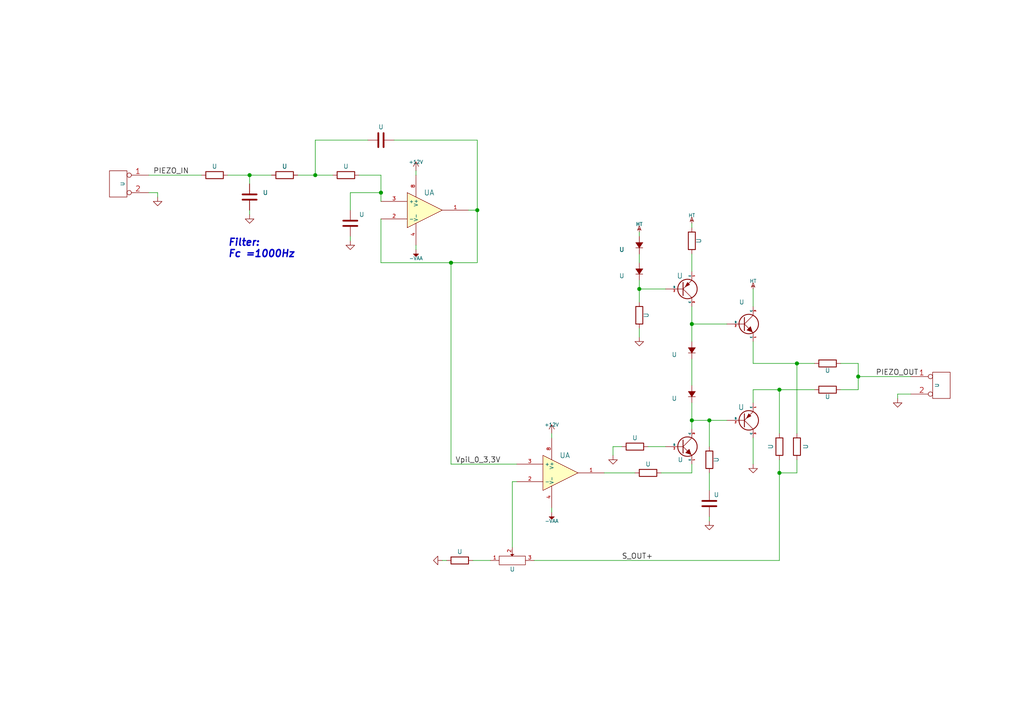
<source format=kicad_sch>
(kicad_sch (version 20220404) (generator eeschema)
  (paper "A4")
  (title_block (title "Complex hierarchy: demo") (date "2017-01-15") (rev "1"))
  (lib_symbols
    (symbol "complex_hierarchy_schlib:+12V" (power) (pin_names (offset 0))
      (property "Value" "+12V" (at 0 3.556 0))
      (symbol "+12V_0_1"
        (polyline (pts (xy -0.762 1.27) (xy 0 2.54)))
        (polyline (pts (xy 0 0) (xy 0 2.54)))
        (polyline (pts (xy 0 2.54) (xy 0.762 1.27)))
      )
      (symbol "+12V_1_1"
        (pin power_in line (at 0 0 90) (length 0) hide (name "+12V") (number "1"))
      )
    )
    (symbol "complex_hierarchy_schlib:-VAA" (power) (pin_names (offset 0))
      (property "Value" "-VAA" (at 0 2.54 0))
      (symbol "-VAA_0_0"
        (pin power_in line (at 0 0 90) (length 0) hide (name "-VAA") (number "1"))
      )
      (symbol "-VAA_0_1"
        (polyline (pts (xy 0 0) (xy 0 1.27) (xy 0 1.27)))
        (polyline (pts (xy 0 2.032) (xy 0.762 1.27) (xy -0.508 1.27) (xy -0.762 1.27) (xy 0 2.032) (xy 0 2.032) (xy 0 2.032)) (fill (type outline)))
      )
    )
    (symbol "complex_hierarchy_schlib:C" (pin_numbers hide) (pin_names (offset 0.254))
      (property "Reference" "C" (at 0.635 2.54 0))
      (property "Value" "C" (at 0.635 -2.54 0))
      (symbol "C_0_1"
        (polyline (pts (xy -2.032 -0.762) (xy 2.032 -0.762)) (stroke (width 0.508)))
        (polyline (pts (xy -2.032 0.762) (xy 2.032 0.762)) (stroke (width 0.508)))
      )
      (symbol "C_1_1"
        (pin passive line (at 0 3.81 270) (length 2.794) (name "~") (number "1"))
        (pin passive line (at 0 -3.81 90) (length 2.794) (name "~") (number "2"))
      )
    )
    (symbol "complex_hierarchy_schlib:CONN_2" (pin_names (offset 1.016) hide)
      (property "Reference" "P" (at -1.27 0 90))
      (property "Value" "CONN_2" (at 1.27 0 90))
      (symbol "CONN_2_0_1"
        (rectangle (start -2.54 3.81) (end 2.54 -3.81))
      )
      (symbol "CONN_2_1_1"
        (pin passive inverted (at -8.89 2.54 0) (length 6.35) (name "P1") (number "1"))
        (pin passive inverted (at -8.89 -2.54 0) (length 6.35) (name "PM") (number "2"))
      )
    )
    (symbol "complex_hierarchy_schlib:D_Small" (pin_numbers hide) (pin_names (offset 0.254) hide)
      (property "Reference" "D" (at -1.27 2.032 0))
      (property "Value" "D_Small" (at -3.81 -2.032 0))
      (symbol "D_Small_0_1"
        (polyline (pts (xy -0.762 -1.016) (xy -0.762 1.016)))
        (polyline (pts (xy 0.762 -1.016) (xy -0.762 0) (xy 0.762 1.016) (xy 0.762 -1.016)) (fill (type outline)))
      )
      (symbol "D_Small_1_1"
        (pin passive line (at -2.54 0 0) (length 1.778) (name "K") (number "1"))
        (pin passive line (at 2.54 0 180) (length 1.778) (name "A") (number "2"))
      )
    )
    (symbol "complex_hierarchy_schlib:GND" (power) (pin_names (offset 0))
      (property "Value" "GND" (at 0 -3.1242 0))
      (symbol "GND_0_1"
        (polyline (pts (xy 0 0) (xy 0 -1.27) (xy 1.27 -1.27) (xy 0 -2.54) (xy -1.27 -1.27) (xy 0 -1.27)))
      )
      (symbol "GND_1_1"
        (pin power_in line (at 0 0 270) (length 0) hide (name "GND") (number "1"))
      )
    )
    (symbol "complex_hierarchy_schlib:HT" (power) (pin_names (offset 0))
      (property "Value" "HT" (at 0 2.286 0))
      (symbol "HT_0_0"
        (pin power_in line (at 0 0 90) (length 0) hide (name "HT") (number "1"))
      )
      (symbol "HT_0_1"
        (polyline (pts (xy 0 0) (xy 0 1.016) (xy 0 1.016)))
        (polyline (pts (xy 0 1.016) (xy 0.508 0.508) (xy 0 1.778) (xy -0.508 0.508) (xy 0 1.016) (xy 0 1.016)))
      )
    )
    (symbol "complex_hierarchy_schlib:LM358N"
      (property "Reference" "U" (at -1.27 5.08 0))
      (property "Value" "LM358N" (at -1.27 -6.35 0))
      (symbol "LM358N_0_1"
        (polyline (pts (xy -5.08 5.08) (xy 5.08 0) (xy -5.08 -5.08) (xy -5.08 5.08)) (stroke (width 0.1524)) (fill (type background)))
        (pin power_in line (at -2.54 -10.16 90) (length 6.35) (name "V-") (number "4"))
        (pin power_in line (at -2.54 10.16 270) (length 6.35) (name "V+") (number "8"))
      )
      (symbol "LM358N_1_1"
        (pin output line (at 12.7 0 180) (length 7.62) (name "~") (number "1"))
        (pin input line (at -12.7 -2.54 0) (length 7.62) (name "-") (number "2"))
        (pin input line (at -12.7 2.54 0) (length 7.62) (name "+") (number "3"))
      )
      (symbol "LM358N_2_1"
        (pin input line (at -12.7 2.54 0) (length 7.62) (name "+") (number "5"))
        (pin input line (at -12.7 -2.54 0) (length 7.62) (name "-") (number "6"))
        (pin output line (at 12.7 0 180) (length 7.62) (name "~") (number "7"))
      )
    )
    (symbol "complex_hierarchy_schlib:MPSA42" (pin_names (offset 0))
      (property "Reference" "Q" (at 3.81 -3.81 0))
      (property "Value" "MPSA42" (at 3.81 3.81 0))
      (symbol "MPSA42_0_1"
        (polyline (pts (xy 0 0) (xy 2.54 2.54)))
        (polyline (pts (xy 0 1.905) (xy 0 -1.905) (xy 0 -1.905)) (stroke (width 0.254)))
        (polyline (pts (xy 1.27 -1.27) (xy 0 0) (xy 0 0)))
        (polyline (pts (xy 2.286 -2.286) (xy 2.54 -2.54) (xy 2.54 -2.54)))
        (polyline (pts (xy 2.286 -2.286) (xy 1.778 -0.762) (xy 0.762 -1.778) (xy 2.286 -2.286) (xy 2.286 -2.286)) (fill (type outline)))
        (circle (center 1.27 0) (radius 2.8194) (stroke (width 0.254)))
      )
      (symbol "MPSA42_1_1"
        (pin passive line (at 2.54 -5.08 90) (length 2.54) (name "E") (number "1"))
        (pin input line (at -5.08 0 0) (length 5.08) (name "B") (number "2"))
        (pin passive line (at 2.54 5.08 270) (length 2.54) (name "C") (number "3"))
      )
    )
    (symbol "complex_hierarchy_schlib:MPSA92" (pin_names (offset 0))
      (property "Reference" "Q" (at 3.81 -3.81 0))
      (property "Value" "MPSA92" (at 3.81 3.81 0))
      (symbol "MPSA92_0_1"
        (polyline (pts (xy 0 0) (xy 2.54 2.54)))
        (polyline (pts (xy 0 1.905) (xy 0 -1.905) (xy 0 -1.905)) (stroke (width 0.254)) (fill (type outline)))
        (polyline (pts (xy 0.635 -0.635) (xy 0 0) (xy 0 0)))
        (polyline (pts (xy 2.54 -2.54) (xy 1.651 -1.651) (xy 1.651 -1.651)))
        (polyline (pts (xy 0.635 -0.635) (xy 1.27 -1.905) (xy 1.905 -1.27) (xy 0.635 -0.635) (xy 0.635 -0.635)) (fill (type outline)))
        (circle (center 1.27 0) (radius 2.8194) (stroke (width 0.254)))
      )
      (symbol "MPSA92_1_1"
        (pin passive line (at 2.54 -5.08 90) (length 2.54) (name "E") (number "1"))
        (pin input line (at -5.08 0 0) (length 5.08) (name "B") (number "2"))
        (pin passive line (at 2.54 5.08 270) (length 2.54) (name "C") (number "3"))
      )
    )
    (symbol "complex_hierarchy_schlib:POT" (pin_names (offset 1.016) hide)
      (property "Reference" "RV" (at 0 -2.54 0))
      (property "Value" "POT" (at 0 0 0))
      (symbol "POT_0_1"
        (rectangle (start -3.81 1.27) (end 3.81 -1.27))
        (polyline (pts (xy 0 1.27) (xy -0.508 1.778) (xy 0.508 1.778)) (fill (type outline)))
      )
      (symbol "POT_1_1"
        (pin passive line (at -6.35 0 0) (length 2.54) (name "1") (number "1"))
        (pin passive line (at 0 3.81 270) (length 2.032) (name "2") (number "2"))
        (pin passive line (at 6.35 0 180) (length 2.54) (name "3") (number "3"))
      )
    )
    (symbol "complex_hierarchy_schlib:R" (pin_numbers hide) (pin_names (offset 0))
      (property "Reference" "R" (at 2.032 0 90))
      (property "Value" "R" (at 0 0 90))
      (symbol "R_0_1"
        (rectangle (start -1.016 -2.54) (end 1.016 2.54) (stroke (width 0.254)))
      )
      (symbol "R_1_1"
        (pin passive line (at 0 3.81 270) (length 1.27) (name "~") (number "1"))
        (pin passive line (at 0 -3.81 90) (length 1.27) (name "~") (number "2"))
      )
    )
  )
  (junction (at 138.43 60.96) (diameter 1.016))
  (junction (at 248.92 109.22) (diameter 1.016))
  (junction (at 226.06 113.03) (diameter 1.016))
  (junction (at 130.81 76.2) (diameter 1.016))
  (junction (at 205.74 121.92) (diameter 1.016))
  (junction (at 226.06 137.16) (diameter 1.016))
  (junction (at 200.66 93.98) (diameter 1.016))
  (junction (at 231.14 105.41) (diameter 1.016))
  (junction (at 91.44 50.8) (diameter 1.016))
  (junction (at 110.49 55.88) (diameter 1.016))
  (junction (at 72.39 50.8) (diameter 1.016))
  (junction (at 185.42 83.82) (diameter 1.016))
  (junction (at 200.66 121.92) (diameter 1.016))
  (wire (pts (xy 86.36 50.8) (xy 91.44 50.8)))
  (wire (pts (xy 231.14 137.16) (xy 231.14 133.35)))
  (wire (pts (xy 175.26 137.16) (xy 184.15 137.16)))
  (wire (pts (xy 218.44 127) (xy 218.44 134.62)))
  (wire (pts (xy 72.39 50.8) (xy 78.74 50.8)))
  (wire (pts (xy 110.49 55.88) (xy 110.49 58.42)))
  (wire (pts (xy 205.74 149.86) (xy 205.74 151.13)))
  (wire (pts (xy 218.44 105.41) (xy 218.44 99.06)))
  (wire (pts (xy 218.44 105.41) (xy 231.14 105.41)))
  (wire (pts (xy 180.34 129.54) (xy 177.8 129.54)))
  (wire (pts (xy 106.68 40.64) (xy 91.44 40.64)))
  (wire (pts (xy 185.42 83.82) (xy 185.42 87.63)))
  (wire (pts (xy 231.14 105.41) (xy 236.22 105.41)))
  (wire (pts (xy 226.06 113.03) (xy 236.22 113.03)))
  (wire (pts (xy 226.06 137.16) (xy 231.14 137.16)))
  (wire (pts (xy 72.39 53.34) (xy 72.39 50.8)))
  (wire (pts (xy 110.49 55.88) (xy 101.6 55.88)))
  (wire (pts (xy 185.42 81.28) (xy 185.42 83.82)))
  (wire (pts (xy 210.82 93.98) (xy 200.66 93.98)))
  (wire (pts (xy 148.59 158.75) (xy 148.59 139.7)))
  (wire (pts (xy 138.43 60.96) (xy 138.43 40.64)))
  (wire (pts (xy 130.81 76.2) (xy 138.43 76.2)))
  (wire (pts (xy 130.81 134.62) (xy 130.81 76.2)))
  (wire (pts (xy 160.02 148.59) (xy 160.02 147.32)))
  (wire (pts (xy 45.72 55.88) (xy 45.72 57.15)))
  (wire (pts (xy 91.44 50.8) (xy 96.52 50.8)))
  (wire (pts (xy 200.66 93.98) (xy 200.66 99.06)))
  (wire (pts (xy 101.6 69.85) (xy 101.6 68.58)))
  (wire (pts (xy 160.02 125.73) (xy 160.02 127)))
  (wire (pts (xy 200.66 116.84) (xy 200.66 121.92)))
  (wire (pts (xy 58.42 50.8) (xy 43.18 50.8)))
  (wire (pts (xy 200.66 64.77) (xy 200.66 66.04)))
  (wire (pts (xy 226.06 162.56) (xy 154.94 162.56)))
  (wire (pts (xy 248.92 105.41) (xy 243.84 105.41)))
  (wire (pts (xy 205.74 121.92) (xy 205.74 129.54)))
  (wire (pts (xy 200.66 121.92) (xy 205.74 121.92)))
  (wire (pts (xy 248.92 109.22) (xy 264.16 109.22)))
  (wire (pts (xy 128.27 162.56) (xy 129.54 162.56)))
  (wire (pts (xy 264.16 114.3) (xy 260.35 114.3)))
  (wire (pts (xy 138.43 40.64) (xy 114.3 40.64)))
  (wire (pts (xy 200.66 88.9) (xy 200.66 93.98)))
  (wire (pts (xy 226.06 137.16) (xy 226.06 162.56)))
  (wire (pts (xy 177.8 129.54) (xy 177.8 132.08)))
  (wire (pts (xy 149.86 134.62) (xy 130.81 134.62)))
  (wire (pts (xy 248.92 105.41) (xy 248.92 109.22)))
  (wire (pts (xy 200.66 134.62) (xy 200.66 137.16)))
  (wire (pts (xy 200.66 137.16) (xy 191.77 137.16)))
  (wire (pts (xy 43.18 55.88) (xy 45.72 55.88)))
  (wire (pts (xy 110.49 50.8) (xy 110.49 55.88)))
  (wire (pts (xy 91.44 40.64) (xy 91.44 50.8)))
  (wire (pts (xy 200.66 121.92) (xy 200.66 124.46)))
  (wire (pts (xy 110.49 50.8) (xy 104.14 50.8)))
  (wire (pts (xy 185.42 95.25) (xy 185.42 97.79)))
  (wire (pts (xy 226.06 113.03) (xy 226.06 125.73)))
  (wire (pts (xy 260.35 114.3) (xy 260.35 115.57)))
  (wire (pts (xy 120.65 49.53) (xy 120.65 50.8)))
  (wire (pts (xy 148.59 139.7) (xy 149.86 139.7)))
  (wire (pts (xy 110.49 63.5) (xy 110.49 76.2)))
  (wire (pts (xy 135.89 60.96) (xy 138.43 60.96)))
  (wire (pts (xy 137.16 162.56) (xy 142.24 162.56)))
  (wire (pts (xy 185.42 76.2) (xy 185.42 73.66)))
  (wire (pts (xy 193.04 83.82) (xy 185.42 83.82)))
  (wire (pts (xy 120.65 72.39) (xy 120.65 71.12)))
  (wire (pts (xy 218.44 113.03) (xy 226.06 113.03)))
  (wire (pts (xy 248.92 113.03) (xy 243.84 113.03)))
  (wire (pts (xy 218.44 83.82) (xy 218.44 88.9)))
  (wire (pts (xy 200.66 104.14) (xy 200.66 111.76)))
  (wire (pts (xy 218.44 113.03) (xy 218.44 116.84)))
  (wire (pts (xy 226.06 133.35) (xy 226.06 137.16)))
  (wire (pts (xy 187.96 129.54) (xy 193.04 129.54)))
  (wire (pts (xy 138.43 76.2) (xy 138.43 60.96)))
  (wire (pts (xy 66.04 50.8) (xy 72.39 50.8)))
  (wire (pts (xy 110.49 76.2) (xy 130.81 76.2)))
  (wire (pts (xy 200.66 73.66) (xy 200.66 78.74)))
  (wire (pts (xy 231.14 125.73) (xy 231.14 105.41)))
  (wire (pts (xy 205.74 121.92) (xy 210.82 121.92)))
  (wire (pts (xy 248.92 109.22) (xy 248.92 113.03)))
  (wire (pts (xy 185.42 68.58) (xy 185.42 67.31)))
  (wire (pts (xy 101.6 55.88) (xy 101.6 60.96)))
  (wire (pts (xy 72.39 62.23) (xy 72.39 60.96)))
  (wire (pts (xy 205.74 137.16) (xy 205.74 142.24)))
  (text "Filter:\nFc =1000Hz" (at 66.04 74.93 0) (effects (font (size 2.032 2.032) (thickness 0.4064) bold italic) (justify left bottom)))
  (label "Vpil_0_3,3V" (at 132.08 134.62 0) (effects (font (size 1.524 1.524))))
  (label "S_OUT+" (at 180.34 162.56 0) (effects (font (size 1.524 1.524))))
  (label "PIEZO_OUT" (at 254 109.22 0) (effects (font (size 1.524 1.524))))
  (label "PIEZO_IN" (at 44.45 50.8 0) (effects (font (size 1.524 1.524))))
  (symbol (lib_id "complex_hierarchy_schlib:POT") (at 148.59 162.56 0) (unit 1)
    (default_instance (reference "U") (unit 1) (value "") (footprint ""))
    (property "Reference" "U" (at 148.59 165.1 0))
  )
  (symbol (lib_id "complex_hierarchy_schlib:C") (at 110.49 40.64 270) (unit 1)
    (default_instance (reference "U") (unit 1) (value "") (footprint ""))
    (property "Reference" "U" (at 110.49 36.83 90))
  )
  (symbol (lib_id "complex_hierarchy_schlib:R") (at 100.33 50.8 270) (unit 1)
    (default_instance (reference "U") (unit 1) (value "") (footprint ""))
    (property "Reference" "U" (at 100.33 48.26 90))
  )
  (symbol (lib_id "complex_hierarchy_schlib:+12V") (at 120.65 49.53 0) (unit 1)
    (default_instance (reference "U") (unit 1) (value "") (footprint ""))
    (property "Reference" "U" (effects hide))
  )
  (symbol (lib_id "complex_hierarchy_schlib:LM358N") (at 123.19 60.96 0) (unit 1)
    (default_instance (reference "U") (unit 1) (value "") (footprint ""))
    (property "Reference" "U" (at 124.46 55.88 0) (effects (font (size 1.524 1.524))))
  )
  (symbol (lib_id "complex_hierarchy_schlib:HT") (at 218.44 83.82 0) (unit 1)
    (default_instance (reference "U") (unit 1) (value "") (footprint ""))
    (property "Reference" "U" (effects hide))
  )
  (symbol (lib_id "complex_hierarchy_schlib:HT") (at 200.66 64.77 0) (unit 1)
    (default_instance (reference "U") (unit 1) (value "") (footprint ""))
    (property "Reference" "U" (effects hide))
  )
  (symbol (lib_id "complex_hierarchy_schlib:HT") (at 185.42 67.31 0) (unit 1)
    (default_instance (reference "U") (unit 1) (value "") (footprint ""))
    (property "Reference" "U" (effects hide))
  )
  (symbol (lib_id "complex_hierarchy_schlib:MPSA92") (at 198.12 83.82 0) (mirror x) (unit 1)
    (default_instance (reference "U") (unit 1) (value "") (footprint ""))
    (property "Reference" "U" (at 198.12 80.01 0) (effects (font (size 1.524 1.524)) (justify right)))
  )
  (symbol (lib_id "complex_hierarchy_schlib:GND") (at 128.27 162.56 270) (unit 1)
    (default_instance (reference "U") (unit 1) (value "") (footprint ""))
    (property "Reference" "U" (effects hide))
  )
  (symbol (lib_id "complex_hierarchy_schlib:R") (at 133.35 162.56 270) (unit 1)
    (default_instance (reference "U") (unit 1) (value "") (footprint ""))
    (property "Reference" "U" (at 133.35 160.02 90))
  )
  (symbol (lib_id "complex_hierarchy_schlib:GND") (at 260.35 115.57 0) (unit 1)
    (default_instance (reference "U") (unit 1) (value "") (footprint ""))
    (property "Reference" "U" (effects hide))
  )
  (symbol (lib_id "complex_hierarchy_schlib:R") (at 240.03 105.41 270) (unit 1)
    (default_instance (reference "U") (unit 1) (value "") (footprint ""))
    (property "Reference" "U" (at 240.03 107.442 90))
  )
  (symbol (lib_id "complex_hierarchy_schlib:C") (at 205.74 146.05 0) (unit 1)
    (default_instance (reference "U") (unit 1) (value "") (footprint ""))
    (property "Reference" "U" (at 207.01 143.51 0) (effects (justify left)))
  )
  (symbol (lib_id "complex_hierarchy_schlib:C") (at 101.6 64.77 0) (unit 1)
    (default_instance (reference "U") (unit 1) (value "") (footprint ""))
    (property "Reference" "U" (at 104.14 62.23 0) (effects (justify left)))
  )
  (symbol (lib_id "complex_hierarchy_schlib:CONN_2") (at 34.29 53.34 0) (mirror y) (unit 1)
    (default_instance (reference "U") (unit 1) (value "") (footprint ""))
    (property "Reference" "U" (at 35.56 53.34 90) (effects (font (size 1.016 1.016))))
  )
  (symbol (lib_id "complex_hierarchy_schlib:LM358N") (at 162.56 137.16 0) (unit 1)
    (default_instance (reference "U") (unit 1) (value "") (footprint ""))
    (property "Reference" "U" (at 163.83 132.08 0) (effects (font (size 1.524 1.524))))
  )
  (symbol (lib_id "complex_hierarchy_schlib:GND") (at 101.6 69.85 0) (unit 1)
    (default_instance (reference "U") (unit 1) (value "") (footprint ""))
    (property "Reference" "U" (effects hide))
  )
  (symbol (lib_id "complex_hierarchy_schlib:GND") (at 45.72 57.15 0) (unit 1)
    (default_instance (reference "U") (unit 1) (value "") (footprint ""))
    (property "Reference" "U" (effects hide))
  )
  (symbol (lib_id "complex_hierarchy_schlib:R") (at 82.55 50.8 270) (unit 1)
    (default_instance (reference "U") (unit 1) (value "") (footprint ""))
    (property "Reference" "U" (at 82.55 48.26 90))
  )
  (symbol (lib_id "complex_hierarchy_schlib:CONN_2") (at 273.05 111.76 0) (unit 1)
    (default_instance (reference "U") (unit 1) (value "") (footprint ""))
    (property "Reference" "U" (at 271.78 111.76 90) (effects (font (size 1.016 1.016))))
  )
  (symbol (lib_id "complex_hierarchy_schlib:R") (at 187.96 137.16 270) (unit 1)
    (default_instance (reference "U") (unit 1) (value "") (footprint ""))
    (property "Reference" "U" (at 187.96 134.62 90))
  )
  (symbol (lib_id "complex_hierarchy_schlib:+12V") (at 160.02 125.73 0) (unit 1)
    (default_instance (reference "U") (unit 1) (value "") (footprint ""))
    (property "Reference" "U" (effects hide))
  )
  (symbol (lib_id "complex_hierarchy_schlib:R") (at 226.06 129.54 180) (unit 1)
    (default_instance (reference "U") (unit 1) (value "") (footprint ""))
    (property "Reference" "U" (at 223.52 129.54 90))
  )
  (symbol (lib_id "complex_hierarchy_schlib:R") (at 184.15 129.54 270) (unit 1)
    (default_instance (reference "U") (unit 1) (value "") (footprint ""))
    (property "Reference" "U" (at 184.15 127 90))
  )
  (symbol (lib_id "complex_hierarchy_schlib:GND") (at 185.42 97.79 0) (unit 1)
    (default_instance (reference "U") (unit 1) (value "") (footprint ""))
    (property "Reference" "U" (effects hide))
  )
  (symbol (lib_id "complex_hierarchy_schlib:R") (at 185.42 91.44 0) (unit 1)
    (default_instance (reference "U") (unit 1) (value "") (footprint ""))
    (property "Reference" "U" (at 187.452 91.44 90))
  )
  (symbol (lib_id "complex_hierarchy_schlib:D_Small") (at 185.42 71.12 90) (unit 1)
    (default_instance (reference "U") (unit 1) (value "") (footprint ""))
    (property "Reference" "U" (at 180.34 72.39 90))
  )
  (symbol (lib_id "complex_hierarchy_schlib:R") (at 200.66 69.85 0) (unit 1)
    (default_instance (reference "U") (unit 1) (value "") (footprint ""))
    (property "Reference" "U" (at 202.692 69.85 90))
  )
  (symbol (lib_id "complex_hierarchy_schlib:D_Small") (at 185.42 78.74 90) (unit 1)
    (default_instance (reference "U") (unit 1) (value "") (footprint ""))
    (property "Reference" "U" (at 180.34 80.01 90))
  )
  (symbol (lib_id "complex_hierarchy_schlib:GND") (at 177.8 132.08 0) (unit 1)
    (default_instance (reference "U") (unit 1) (value "") (footprint ""))
    (property "Reference" "U" (effects hide))
  )
  (symbol (lib_id "complex_hierarchy_schlib:MPSA42") (at 198.12 129.54 0) (unit 1)
    (default_instance (reference "U") (unit 1) (value "") (footprint ""))
    (property "Reference" "U" (at 198.12 133.35 0) (effects (justify right)))
  )
  (symbol (lib_id "complex_hierarchy_schlib:GND") (at 218.44 134.62 0) (unit 1)
    (default_instance (reference "U") (unit 1) (value "") (footprint ""))
    (property "Reference" "U" (effects hide))
  )
  (symbol (lib_id "complex_hierarchy_schlib:D_Small") (at 200.66 114.3 90) (unit 1)
    (default_instance (reference "U") (unit 1) (value "") (footprint ""))
    (property "Reference" "U" (at 195.58 115.57 90))
  )
  (symbol (lib_id "complex_hierarchy_schlib:MPSA92") (at 215.9 121.92 0) (mirror x) (unit 1)
    (default_instance (reference "U") (unit 1) (value "") (footprint ""))
    (property "Reference" "U" (at 215.9 118.11 0) (effects (font (size 1.524 1.524)) (justify right)))
  )
  (symbol (lib_id "complex_hierarchy_schlib:MPSA42") (at 215.9 93.98 0) (unit 1)
    (default_instance (reference "U") (unit 1) (value "") (footprint ""))
    (property "Reference" "U" (at 215.9 87.63 0) (effects (justify right)))
  )
  (symbol (lib_id "complex_hierarchy_schlib:-VAA") (at 120.65 72.39 180) (unit 1)
    (default_instance (reference "U") (unit 1) (value "") (footprint ""))
    (property "Reference" "U" (effects hide))
  )
  (symbol (lib_id "complex_hierarchy_schlib:-VAA") (at 160.02 148.59 180) (unit 1)
    (default_instance (reference "U") (unit 1) (value "") (footprint ""))
    (property "Reference" "U" (effects hide))
  )
  (symbol (lib_id "complex_hierarchy_schlib:R") (at 62.23 50.8 270) (unit 1)
    (default_instance (reference "U") (unit 1) (value "") (footprint ""))
    (property "Reference" "U" (at 62.23 48.26 90))
  )
  (symbol (lib_id "complex_hierarchy_schlib:C") (at 72.39 57.15 0) (unit 1)
    (default_instance (reference "U") (unit 1) (value "") (footprint ""))
    (property "Reference" "U" (at 76.2 55.88 0) (effects (justify left)))
  )
  (symbol (lib_id "complex_hierarchy_schlib:GND") (at 72.39 62.23 0) (unit 1)
    (default_instance (reference "U") (unit 1) (value "") (footprint ""))
    (property "Reference" "U" (effects hide))
  )
  (symbol (lib_id "complex_hierarchy_schlib:R") (at 205.74 133.35 0) (unit 1)
    (default_instance (reference "U") (unit 1) (value "") (footprint ""))
    (property "Reference" "U" (at 207.772 133.35 90))
  )
  (symbol (lib_id "complex_hierarchy_schlib:GND") (at 205.74 151.13 0) (unit 1)
    (default_instance (reference "U") (unit 1) (value "") (footprint ""))
    (property "Reference" "U" (effects hide))
  )
  (symbol (lib_id "complex_hierarchy_schlib:D_Small") (at 200.66 101.6 90) (unit 1)
    (default_instance (reference "U") (unit 1) (value "") (footprint ""))
    (property "Reference" "U" (at 195.58 102.87 90))
  )
  (symbol (lib_id "complex_hierarchy_schlib:R") (at 240.03 113.03 270) (unit 1)
    (default_instance (reference "U") (unit 1) (value "") (footprint ""))
    (property "Reference" "U" (at 240.03 115.062 90))
  )
  (symbol (lib_id "complex_hierarchy_schlib:R") (at 231.14 129.54 180) (unit 1)
    (default_instance (reference "U") (unit 1) (value "") (footprint ""))
    (property "Reference" "U" (at 233.68 129.54 90))
  )
)
</source>
